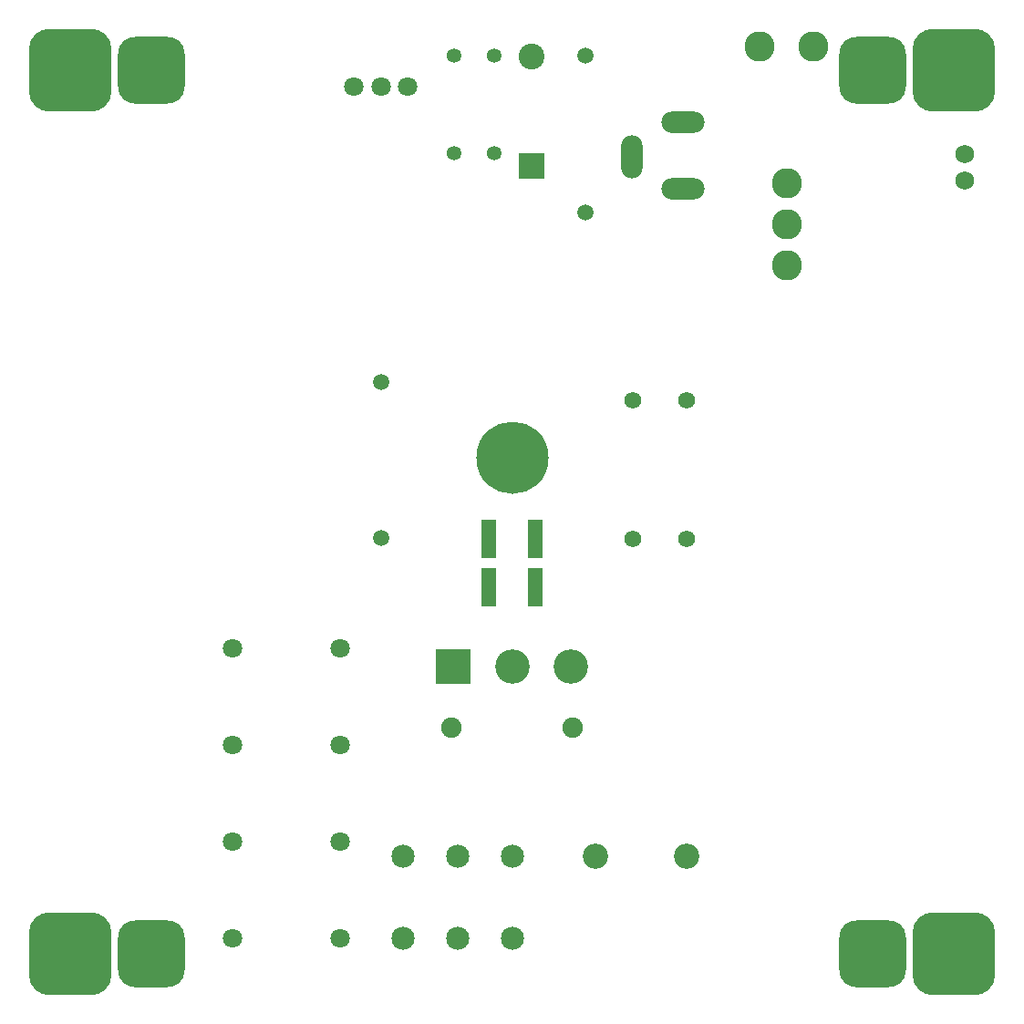
<source format=gts>
G04*
G04 #@! TF.GenerationSoftware,Altium Limited,Altium Designer,24.0.1 (36)*
G04*
G04 Layer_Color=8388736*
%FSLAX44Y44*%
%MOMM*%
G71*
G04*
G04 #@! TF.SameCoordinates,9C8BCC2B-501B-40A3-BBBE-7B9C73712F20*
G04*
G04*
G04 #@! TF.FilePolarity,Negative*
G04*
G01*
G75*
%ADD14R,1.4032X3.6232*%
%ADD15C,2.3532*%
%ADD16C,1.8032*%
%ADD17R,2.4032X2.4032*%
%ADD18C,2.4032*%
%ADD19C,1.3532*%
%ADD20O,4.0032X2.0032*%
%ADD21O,2.0032X4.0032*%
%ADD22C,1.5032*%
%ADD23C,2.8032*%
%ADD24C,3.2032*%
%ADD25R,3.2032X3.2032*%
%ADD26C,6.7032*%
%ADD27C,2.1532*%
%ADD28C,1.5632*%
%ADD29C,1.9032*%
%ADD30C,1.7432*%
G04:AMPARAMS|DCode=31|XSize=6.2032mm|YSize=6.2032mm|CornerRadius=1.6016mm|HoleSize=0mm|Usage=FLASHONLY|Rotation=0.000|XOffset=0mm|YOffset=0mm|HoleType=Round|Shape=RoundedRectangle|*
%AMROUNDEDRECTD31*
21,1,6.2032,3.0000,0,0,0.0*
21,1,3.0000,6.2032,0,0,0.0*
1,1,3.2032,1.5000,-1.5000*
1,1,3.2032,-1.5000,-1.5000*
1,1,3.2032,-1.5000,1.5000*
1,1,3.2032,1.5000,1.5000*
%
%ADD31ROUNDEDRECTD31*%
G04:AMPARAMS|DCode=32|XSize=7.7032mm|YSize=7.7032mm|CornerRadius=1.9766mm|HoleSize=0mm|Usage=FLASHONLY|Rotation=0.000|XOffset=0mm|YOffset=0mm|HoleType=Round|Shape=RoundedRectangle|*
%AMROUNDEDRECTD32*
21,1,7.7032,3.7500,0,0,0.0*
21,1,3.7500,7.7032,0,0,0.0*
1,1,3.9532,1.8750,-1.8750*
1,1,3.9532,-1.8750,-1.8750*
1,1,3.9532,-1.8750,1.8750*
1,1,3.9532,1.8750,1.8750*
%
%ADD32ROUNDEDRECTD32*%
D14*
X428500Y380000D02*
D03*
X471500D02*
D03*
X428500Y425000D02*
D03*
X471500D02*
D03*
D15*
X527000Y130000D02*
D03*
X612000D02*
D03*
D16*
X328372Y844865D02*
D03*
X303372D02*
D03*
X353372D02*
D03*
X190620Y233699D02*
D03*
X290620D02*
D03*
Y323699D02*
D03*
X190620D02*
D03*
X290620Y53699D02*
D03*
X190620D02*
D03*
Y143699D02*
D03*
X290620D02*
D03*
D17*
X468372Y771565D02*
D03*
D18*
Y873165D02*
D03*
D19*
X396436Y873365D02*
D03*
Y783365D02*
D03*
X433372D02*
D03*
Y873365D02*
D03*
D20*
X608372Y749865D02*
D03*
Y811865D02*
D03*
D21*
X561372Y779865D02*
D03*
D22*
X518372Y873365D02*
D03*
Y728365D02*
D03*
X328370Y570500D02*
D03*
Y425500D02*
D03*
D23*
X705000Y755000D02*
D03*
Y717000D02*
D03*
Y679000D02*
D03*
X730000Y882000D02*
D03*
X680000D02*
D03*
D24*
X450000Y306600D02*
D03*
X504500D02*
D03*
D25*
X395500D02*
D03*
D26*
X450000Y500000D02*
D03*
D27*
X399200Y130000D02*
D03*
X450000D02*
D03*
X399200Y53800D02*
D03*
X450000D02*
D03*
X348400Y130000D02*
D03*
Y53800D02*
D03*
D28*
X562000Y425000D02*
D03*
X612000D02*
D03*
X562000Y553500D02*
D03*
X612000D02*
D03*
D29*
X394000Y250000D02*
D03*
X506000D02*
D03*
D30*
X870000Y782500D02*
D03*
Y757500D02*
D03*
D31*
X115000Y40000D02*
D03*
X785000D02*
D03*
Y860000D02*
D03*
X115000D02*
D03*
D32*
X40000Y40000D02*
D03*
X860000D02*
D03*
Y860000D02*
D03*
X40000D02*
D03*
M02*

</source>
